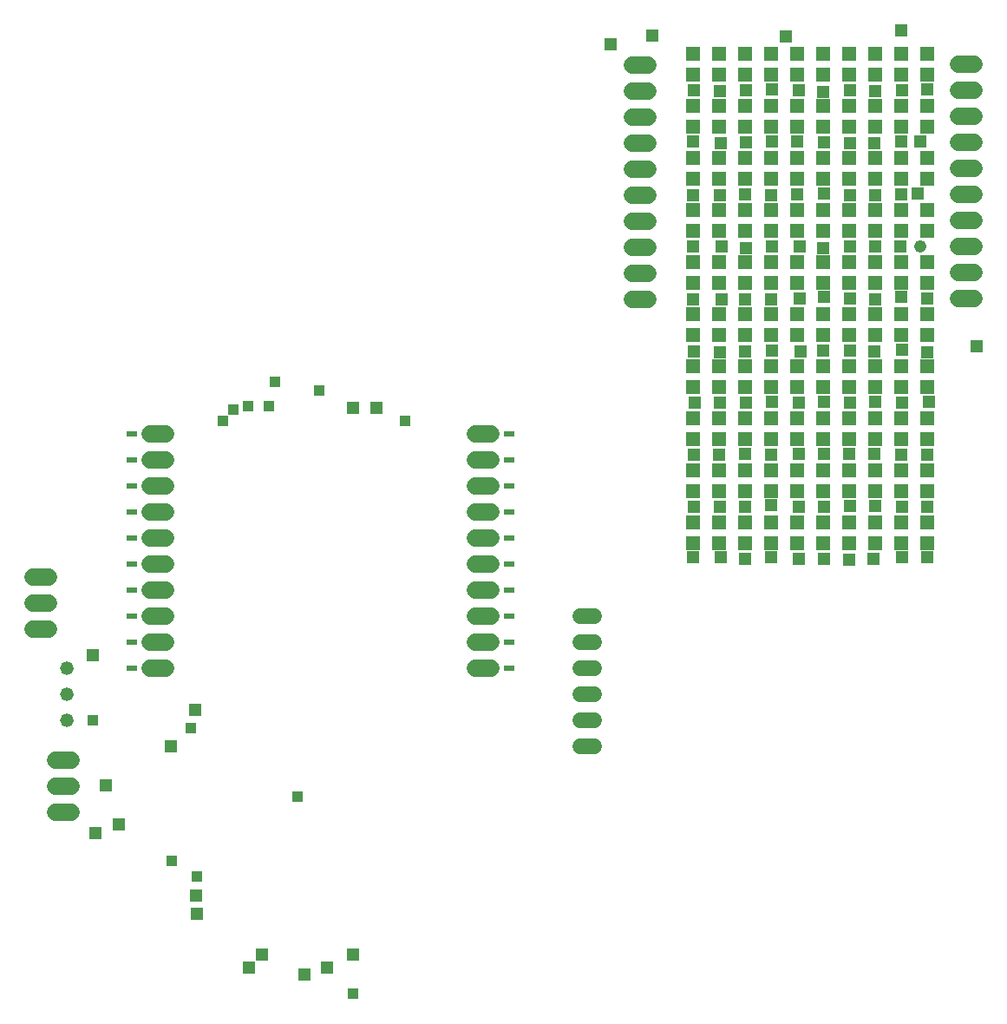
<source format=gts>
G75*
%MOIN*%
%OFA0B0*%
%FSLAX24Y24*%
%IPPOS*%
%LPD*%
%AMOC8*
5,1,8,0,0,1.08239X$1,22.5*
%
%ADD10C,0.0600*%
%ADD11R,0.0552X0.0552*%
%ADD12C,0.0680*%
%ADD13C,0.0520*%
%ADD14R,0.0190X0.0249*%
%ADD15R,0.0476X0.0476*%
%ADD16R,0.0437X0.0437*%
%ADD17C,0.0476*%
D10*
X024040Y011451D02*
X024560Y011451D01*
X024560Y012451D02*
X024040Y012451D01*
X024040Y013451D02*
X024560Y013451D01*
X024560Y014451D02*
X024040Y014451D01*
X024040Y015451D02*
X024560Y015451D01*
X024560Y016451D02*
X024040Y016451D01*
D11*
X028382Y019247D03*
X028382Y020074D03*
X029382Y020074D03*
X029382Y019247D03*
X030382Y019247D03*
X030382Y020074D03*
X031382Y020074D03*
X031382Y019247D03*
X032382Y019247D03*
X032382Y020074D03*
X033382Y020074D03*
X033382Y019247D03*
X034382Y019247D03*
X034382Y020074D03*
X035382Y020074D03*
X035382Y019247D03*
X036382Y019247D03*
X036382Y020074D03*
X037382Y020074D03*
X037382Y019247D03*
X037382Y021247D03*
X037382Y022074D03*
X036382Y022074D03*
X036382Y021247D03*
X035382Y021247D03*
X035382Y022074D03*
X034382Y022074D03*
X034382Y021247D03*
X033382Y021247D03*
X033382Y022074D03*
X032382Y022074D03*
X032382Y021247D03*
X031382Y021247D03*
X031382Y022074D03*
X030382Y022074D03*
X030382Y021247D03*
X029382Y021247D03*
X029382Y022074D03*
X028382Y022074D03*
X028382Y021247D03*
X028382Y023247D03*
X028382Y024074D03*
X029382Y024074D03*
X029382Y023247D03*
X030382Y023247D03*
X030382Y024074D03*
X031382Y024074D03*
X031382Y023247D03*
X032382Y023247D03*
X032382Y024074D03*
X033382Y024074D03*
X033382Y023247D03*
X034382Y023247D03*
X034382Y024074D03*
X035382Y024074D03*
X035382Y023247D03*
X036382Y023247D03*
X036382Y024074D03*
X037382Y024074D03*
X037382Y023247D03*
X037382Y025247D03*
X037382Y026074D03*
X036382Y026074D03*
X036382Y025247D03*
X035382Y025247D03*
X035382Y026074D03*
X034382Y026074D03*
X034382Y025247D03*
X033382Y025247D03*
X033382Y026074D03*
X032382Y026074D03*
X032382Y025247D03*
X031382Y025247D03*
X031382Y026074D03*
X030382Y026074D03*
X030382Y025247D03*
X029382Y025247D03*
X029382Y026074D03*
X028382Y026074D03*
X028382Y025247D03*
X028382Y027247D03*
X028382Y028074D03*
X029382Y028074D03*
X029382Y027247D03*
X030382Y027247D03*
X030382Y028074D03*
X031382Y028074D03*
X031382Y027247D03*
X032382Y027247D03*
X032382Y028074D03*
X033382Y028074D03*
X033382Y027247D03*
X034382Y027247D03*
X034382Y028074D03*
X035382Y028074D03*
X035382Y027247D03*
X036382Y027247D03*
X036382Y028074D03*
X037382Y028074D03*
X037382Y027247D03*
X037382Y029247D03*
X037382Y030074D03*
X036382Y030074D03*
X036382Y029247D03*
X035382Y029247D03*
X035382Y030074D03*
X034382Y030074D03*
X034382Y029247D03*
X033382Y029247D03*
X033382Y030074D03*
X032382Y030074D03*
X032382Y029247D03*
X031382Y029247D03*
X031382Y030074D03*
X030382Y030074D03*
X030382Y029247D03*
X029382Y029247D03*
X029382Y030074D03*
X028382Y030074D03*
X028382Y029247D03*
X028382Y031247D03*
X028382Y032074D03*
X029382Y032074D03*
X029382Y031247D03*
X030382Y031247D03*
X030382Y032074D03*
X031382Y032074D03*
X031382Y031247D03*
X032382Y031247D03*
X032382Y032074D03*
X033382Y032074D03*
X033382Y031247D03*
X034382Y031247D03*
X034382Y032074D03*
X035382Y032074D03*
X035382Y031247D03*
X036382Y031247D03*
X036382Y032074D03*
X037382Y032074D03*
X037382Y031247D03*
X037382Y033247D03*
X037382Y034074D03*
X036382Y034074D03*
X036382Y033247D03*
X035382Y033247D03*
X035382Y034074D03*
X034382Y034074D03*
X034382Y033247D03*
X033382Y033247D03*
X033382Y034074D03*
X032382Y034074D03*
X032382Y033247D03*
X031382Y033247D03*
X031382Y034074D03*
X030382Y034074D03*
X030382Y033247D03*
X029382Y033247D03*
X029382Y034074D03*
X028382Y034074D03*
X028382Y033247D03*
X028382Y035247D03*
X028382Y036074D03*
X029382Y036074D03*
X029382Y035247D03*
X030382Y035247D03*
X030382Y036074D03*
X031382Y036074D03*
X031382Y035247D03*
X032382Y035247D03*
X032382Y036074D03*
X033382Y036074D03*
X033382Y035247D03*
X034382Y035247D03*
X034382Y036074D03*
X035382Y036074D03*
X035382Y035247D03*
X036382Y035247D03*
X036382Y036074D03*
X037382Y036074D03*
X037382Y035247D03*
X037382Y037247D03*
X037382Y038074D03*
X036382Y038074D03*
X036382Y037247D03*
X035382Y037247D03*
X035382Y038074D03*
X034382Y038074D03*
X034382Y037247D03*
X033382Y037247D03*
X033382Y038074D03*
X032382Y038074D03*
X032382Y037247D03*
X031382Y037247D03*
X031382Y038074D03*
X030382Y038074D03*
X030382Y037247D03*
X029382Y037247D03*
X029382Y038074D03*
X028382Y038074D03*
X028382Y037247D03*
D12*
X026649Y037636D02*
X026049Y037636D01*
X026049Y036636D02*
X026649Y036636D01*
X026649Y035636D02*
X026049Y035636D01*
X026049Y034636D02*
X026649Y034636D01*
X026649Y033636D02*
X026049Y033636D01*
X026049Y032636D02*
X026649Y032636D01*
X026649Y031636D02*
X026049Y031636D01*
X026049Y030636D02*
X026649Y030636D01*
X026649Y029636D02*
X026049Y029636D01*
X026049Y028636D02*
X026649Y028636D01*
X020600Y023451D02*
X020000Y023451D01*
X020000Y022451D02*
X020600Y022451D01*
X020600Y021451D02*
X020000Y021451D01*
X020000Y020451D02*
X020600Y020451D01*
X020600Y019451D02*
X020000Y019451D01*
X020000Y018451D02*
X020600Y018451D01*
X020600Y017451D02*
X020000Y017451D01*
X020000Y016451D02*
X020600Y016451D01*
X020600Y015451D02*
X020000Y015451D01*
X020000Y014451D02*
X020600Y014451D01*
X008100Y014451D02*
X007500Y014451D01*
X007500Y015451D02*
X008100Y015451D01*
X008100Y016451D02*
X007500Y016451D01*
X007500Y017451D02*
X008100Y017451D01*
X008100Y018451D02*
X007500Y018451D01*
X007500Y019451D02*
X008100Y019451D01*
X008100Y020451D02*
X007500Y020451D01*
X007500Y021451D02*
X008100Y021451D01*
X008100Y022451D02*
X007500Y022451D01*
X007500Y023451D02*
X008100Y023451D01*
X003600Y017951D02*
X003000Y017951D01*
X003000Y016951D02*
X003600Y016951D01*
X003600Y015951D02*
X003000Y015951D01*
X003870Y010935D02*
X004470Y010935D01*
X004470Y009935D02*
X003870Y009935D01*
X003870Y008935D02*
X004470Y008935D01*
X038582Y028660D02*
X039182Y028660D01*
X039182Y029660D02*
X038582Y029660D01*
X038582Y030660D02*
X039182Y030660D01*
X039182Y031660D02*
X038582Y031660D01*
X038582Y032660D02*
X039182Y032660D01*
X039182Y033660D02*
X038582Y033660D01*
X038582Y034660D02*
X039182Y034660D01*
X039182Y035660D02*
X038582Y035660D01*
X038582Y036660D02*
X039182Y036660D01*
X039182Y037660D02*
X038582Y037660D01*
D13*
X004300Y014451D03*
X004300Y013451D03*
X004300Y012451D03*
D14*
X006700Y014451D03*
X006900Y014451D03*
X006900Y015451D03*
X006700Y015451D03*
X006700Y016451D03*
X006900Y016451D03*
X006900Y017451D03*
X006700Y017451D03*
X006700Y018451D03*
X006900Y018451D03*
X006900Y019451D03*
X006700Y019451D03*
X006700Y020451D03*
X006900Y020451D03*
X006900Y021451D03*
X006700Y021451D03*
X006700Y022451D03*
X006900Y022451D03*
X006900Y023451D03*
X006700Y023451D03*
X021200Y023451D03*
X021400Y023451D03*
X021400Y022451D03*
X021200Y022451D03*
X021200Y021451D03*
X021400Y021451D03*
X021400Y020451D03*
X021200Y020451D03*
X021200Y019451D03*
X021400Y019451D03*
X021400Y018451D03*
X021200Y018451D03*
X021200Y017451D03*
X021400Y017451D03*
X021400Y016451D03*
X021200Y016451D03*
X021200Y015451D03*
X021400Y015451D03*
X021400Y014451D03*
X021200Y014451D03*
D15*
X005394Y008136D03*
X006300Y008451D03*
X005800Y009951D03*
X008300Y011451D03*
X009249Y012860D03*
X005300Y014951D03*
X009272Y005742D03*
X009292Y005041D03*
X011300Y002951D03*
X011800Y003451D03*
X013426Y002703D03*
X014300Y002951D03*
X015300Y003451D03*
X028371Y018719D03*
X029434Y018719D03*
X030379Y018679D03*
X031363Y018719D03*
X032426Y018679D03*
X033410Y018679D03*
X034355Y018640D03*
X035300Y018679D03*
X036402Y018719D03*
X037387Y018719D03*
X037387Y020648D03*
X036402Y020648D03*
X035379Y020687D03*
X034394Y020687D03*
X033410Y020648D03*
X032426Y020648D03*
X031363Y020726D03*
X030379Y020648D03*
X029394Y020648D03*
X028410Y020648D03*
X028410Y022656D03*
X029355Y022656D03*
X030379Y022695D03*
X031363Y022656D03*
X032426Y022695D03*
X033410Y022695D03*
X034355Y022695D03*
X035339Y022695D03*
X036363Y022656D03*
X037387Y022656D03*
X037426Y024703D03*
X036402Y024663D03*
X035379Y024703D03*
X034394Y024663D03*
X033410Y024703D03*
X032426Y024663D03*
X031402Y024703D03*
X030418Y024663D03*
X029394Y024663D03*
X028450Y024663D03*
X028410Y026632D03*
X029394Y026593D03*
X030379Y026632D03*
X031402Y026671D03*
X032505Y026632D03*
X033371Y026671D03*
X034394Y026671D03*
X035339Y026632D03*
X036402Y026711D03*
X037387Y026593D03*
X039276Y026829D03*
X037387Y028679D03*
X036363Y028719D03*
X035379Y028640D03*
X034394Y028679D03*
X033410Y028719D03*
X032465Y028679D03*
X031363Y028640D03*
X030379Y028640D03*
X029473Y028640D03*
X028371Y028640D03*
X028371Y030648D03*
X029473Y030648D03*
X030418Y030608D03*
X031402Y030648D03*
X032465Y030648D03*
X033371Y030608D03*
X034394Y030648D03*
X035379Y030648D03*
X036324Y030648D03*
X036363Y032656D03*
X036993Y032695D03*
X035379Y032616D03*
X034394Y032616D03*
X033410Y032695D03*
X032387Y032656D03*
X031363Y032616D03*
X030379Y032656D03*
X029394Y032616D03*
X028371Y032616D03*
X028371Y034703D03*
X029434Y034624D03*
X030418Y034663D03*
X031402Y034703D03*
X032387Y034703D03*
X033410Y034663D03*
X034394Y034624D03*
X035339Y034624D03*
X036363Y034703D03*
X037111Y034703D03*
X037387Y036711D03*
X036402Y036671D03*
X035379Y036632D03*
X034394Y036671D03*
X033371Y036593D03*
X032426Y036671D03*
X031402Y036711D03*
X030418Y036671D03*
X029394Y036632D03*
X028410Y036671D03*
X026796Y038758D03*
X025221Y038443D03*
X031954Y038719D03*
X036363Y038955D03*
X016200Y024451D03*
X015300Y024451D03*
D16*
X014001Y025136D03*
X012300Y025451D03*
X012083Y024518D03*
X011257Y024545D03*
X010721Y024411D03*
X010300Y023951D03*
X017300Y023951D03*
X009056Y012152D03*
X005300Y012451D03*
X008331Y007065D03*
X009300Y006451D03*
X013174Y009545D03*
X015300Y001951D03*
D17*
X037111Y030648D03*
M02*

</source>
